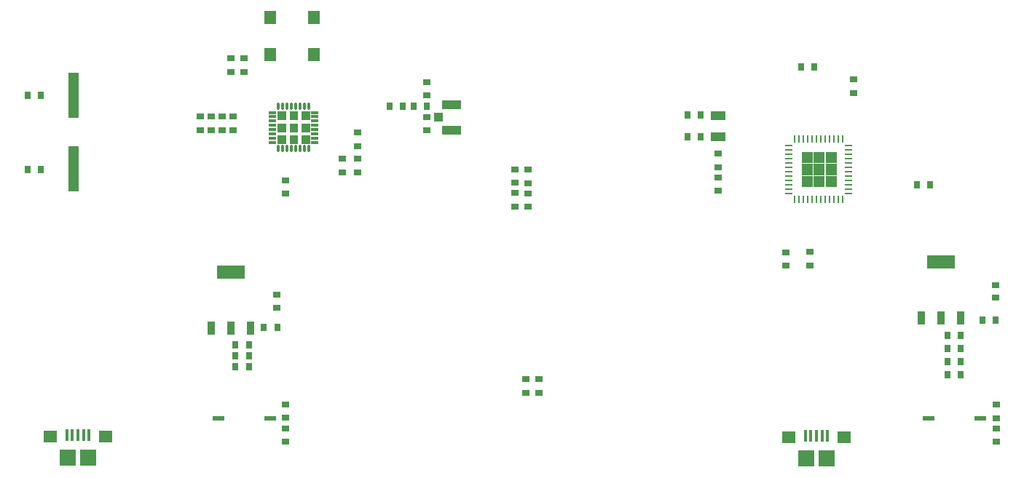
<source format=gbr>
%TF.GenerationSoftware,KiCad,Pcbnew,(7.0.0-0)*%
%TF.CreationDate,2023-04-08T13:25:50-06:00*%
%TF.ProjectId,Custom-Microcontroller-Project,43757374-6f6d-42d4-9d69-63726f636f6e,1*%
%TF.SameCoordinates,Original*%
%TF.FileFunction,Paste,Top*%
%TF.FilePolarity,Positive*%
%FSLAX46Y46*%
G04 Gerber Fmt 4.6, Leading zero omitted, Abs format (unit mm)*
G04 Created by KiCad (PCBNEW (7.0.0-0)) date 2023-04-08 13:25:50*
%MOMM*%
%LPD*%
G01*
G04 APERTURE LIST*
G04 Aperture macros list*
%AMRoundRect*
0 Rectangle with rounded corners*
0 $1 Rounding radius*
0 $2 $3 $4 $5 $6 $7 $8 $9 X,Y pos of 4 corners*
0 Add a 4 corners polygon primitive as box body*
4,1,4,$2,$3,$4,$5,$6,$7,$8,$9,$2,$3,0*
0 Add four circle primitives for the rounded corners*
1,1,$1+$1,$2,$3*
1,1,$1+$1,$4,$5*
1,1,$1+$1,$6,$7*
1,1,$1+$1,$8,$9*
0 Add four rect primitives between the rounded corners*
20,1,$1+$1,$2,$3,$4,$5,0*
20,1,$1+$1,$4,$5,$6,$7,0*
20,1,$1+$1,$6,$7,$8,$9,0*
20,1,$1+$1,$8,$9,$2,$3,0*%
G04 Aperture macros list end*
%ADD10C,0.010000*%
%ADD11C,0.100000*%
%ADD12R,0.812800X0.762000*%
%ADD13R,0.400000X1.350000*%
%ADD14R,1.600000X1.400000*%
%ADD15R,1.900000X1.900000*%
%ADD16R,0.762000X0.812800*%
%ADD17R,1.700000X1.000000*%
%ADD18R,0.889000X1.625600*%
%ADD19R,3.200400X1.625600*%
%ADD20R,1.397000X0.558800*%
%ADD21R,2.200000X1.050000*%
%ADD22R,1.050000X1.000000*%
%ADD23R,1.346200X1.498600*%
%ADD24RoundRect,0.008100X-0.396900X-0.126900X0.396900X-0.126900X0.396900X0.126900X-0.396900X0.126900X0*%
%ADD25RoundRect,0.027000X-0.108000X-0.378000X0.108000X-0.378000X0.108000X0.378000X-0.108000X0.378000X0*%
%ADD26R,0.812800X0.254000*%
%ADD27R,0.254000X0.812800*%
%ADD28R,1.295400X5.308600*%
%ADD29R,0.812800X0.800100*%
G04 APERTURE END LIST*
%TO.C,U2*%
G36*
X119610000Y-82765800D02*
G01*
X118710000Y-82765800D01*
X118710000Y-81865800D01*
X119610000Y-81865800D01*
X119610000Y-82765800D01*
G37*
D10*
X119610000Y-82765800D02*
X118710000Y-82765800D01*
X118710000Y-81865800D01*
X119610000Y-81865800D01*
X119610000Y-82765800D01*
G36*
X119610000Y-84165800D02*
G01*
X118710000Y-84165800D01*
X118710000Y-83265800D01*
X119610000Y-83265800D01*
X119610000Y-84165800D01*
G37*
X119610000Y-84165800D02*
X118710000Y-84165800D01*
X118710000Y-83265800D01*
X119610000Y-83265800D01*
X119610000Y-84165800D01*
G36*
X119610000Y-85565800D02*
G01*
X118710000Y-85565800D01*
X118710000Y-84665800D01*
X119610000Y-84665800D01*
X119610000Y-85565800D01*
G37*
X119610000Y-85565800D02*
X118710000Y-85565800D01*
X118710000Y-84665800D01*
X119610000Y-84665800D01*
X119610000Y-85565800D01*
G36*
X121010000Y-82765800D02*
G01*
X120110000Y-82765800D01*
X120110000Y-81865800D01*
X121010000Y-81865800D01*
X121010000Y-82765800D01*
G37*
X121010000Y-82765800D02*
X120110000Y-82765800D01*
X120110000Y-81865800D01*
X121010000Y-81865800D01*
X121010000Y-82765800D01*
G36*
X121010000Y-84165800D02*
G01*
X120110000Y-84165800D01*
X120110000Y-83265800D01*
X121010000Y-83265800D01*
X121010000Y-84165800D01*
G37*
X121010000Y-84165800D02*
X120110000Y-84165800D01*
X120110000Y-83265800D01*
X121010000Y-83265800D01*
X121010000Y-84165800D01*
G36*
X121010000Y-85565800D02*
G01*
X120110000Y-85565800D01*
X120110000Y-84665800D01*
X121010000Y-84665800D01*
X121010000Y-85565800D01*
G37*
X121010000Y-85565800D02*
X120110000Y-85565800D01*
X120110000Y-84665800D01*
X121010000Y-84665800D01*
X121010000Y-85565800D01*
G36*
X122410000Y-82765800D02*
G01*
X121510000Y-82765800D01*
X121510000Y-81865800D01*
X122410000Y-81865800D01*
X122410000Y-82765800D01*
G37*
X122410000Y-82765800D02*
X121510000Y-82765800D01*
X121510000Y-81865800D01*
X122410000Y-81865800D01*
X122410000Y-82765800D01*
G36*
X122410000Y-84165800D02*
G01*
X121510000Y-84165800D01*
X121510000Y-83265800D01*
X122410000Y-83265800D01*
X122410000Y-84165800D01*
G37*
X122410000Y-84165800D02*
X121510000Y-84165800D01*
X121510000Y-83265800D01*
X122410000Y-83265800D01*
X122410000Y-84165800D01*
G36*
X122410000Y-85565800D02*
G01*
X121510000Y-85565800D01*
X121510000Y-84665800D01*
X122410000Y-84665800D01*
X122410000Y-85565800D01*
G37*
X122410000Y-85565800D02*
X121510000Y-85565800D01*
X121510000Y-84665800D01*
X122410000Y-84665800D01*
X122410000Y-85565800D01*
%TO.C,U5*%
G36*
X180811500Y-87771300D02*
G01*
X179614500Y-87771300D01*
X179614500Y-86574300D01*
X180811500Y-86574300D01*
X180811500Y-87771300D01*
G37*
D11*
X180811500Y-87771300D02*
X179614500Y-87771300D01*
X179614500Y-86574300D01*
X180811500Y-86574300D01*
X180811500Y-87771300D01*
G36*
X180811500Y-89168300D02*
G01*
X179614500Y-89168300D01*
X179614500Y-87971300D01*
X180811500Y-87971300D01*
X180811500Y-89168300D01*
G37*
X180811500Y-89168300D02*
X179614500Y-89168300D01*
X179614500Y-87971300D01*
X180811500Y-87971300D01*
X180811500Y-89168300D01*
G36*
X180811500Y-90565300D02*
G01*
X179614500Y-90565300D01*
X179614500Y-89368300D01*
X180811500Y-89368300D01*
X180811500Y-90565300D01*
G37*
X180811500Y-90565300D02*
X179614500Y-90565300D01*
X179614500Y-89368300D01*
X180811500Y-89368300D01*
X180811500Y-90565300D01*
G36*
X182208500Y-87771300D02*
G01*
X181011500Y-87771300D01*
X181011500Y-86574300D01*
X182208500Y-86574300D01*
X182208500Y-87771300D01*
G37*
X182208500Y-87771300D02*
X181011500Y-87771300D01*
X181011500Y-86574300D01*
X182208500Y-86574300D01*
X182208500Y-87771300D01*
G36*
X182208500Y-89168300D02*
G01*
X181011500Y-89168300D01*
X181011500Y-87971300D01*
X182208500Y-87971300D01*
X182208500Y-89168300D01*
G37*
X182208500Y-89168300D02*
X181011500Y-89168300D01*
X181011500Y-87971300D01*
X182208500Y-87971300D01*
X182208500Y-89168300D01*
G36*
X182208500Y-90565300D02*
G01*
X181011500Y-90565300D01*
X181011500Y-89368300D01*
X182208500Y-89368300D01*
X182208500Y-90565300D01*
G37*
X182208500Y-90565300D02*
X181011500Y-90565300D01*
X181011500Y-89368300D01*
X182208500Y-89368300D01*
X182208500Y-90565300D01*
G36*
X183605500Y-87771300D02*
G01*
X182408500Y-87771300D01*
X182408500Y-86574300D01*
X183605500Y-86574300D01*
X183605500Y-87771300D01*
G37*
X183605500Y-87771300D02*
X182408500Y-87771300D01*
X182408500Y-86574300D01*
X183605500Y-86574300D01*
X183605500Y-87771300D01*
G36*
X183605500Y-89168300D02*
G01*
X182408500Y-89168300D01*
X182408500Y-87971300D01*
X183605500Y-87971300D01*
X183605500Y-89168300D01*
G37*
X183605500Y-89168300D02*
X182408500Y-89168300D01*
X182408500Y-87971300D01*
X183605500Y-87971300D01*
X183605500Y-89168300D01*
G36*
X183605500Y-90565300D02*
G01*
X182408500Y-90565300D01*
X182408500Y-89368300D01*
X183605500Y-89368300D01*
X183605500Y-90565300D01*
G37*
X183605500Y-90565300D02*
X182408500Y-90565300D01*
X182408500Y-89368300D01*
X183605500Y-89368300D01*
X183605500Y-90565300D01*
%TD*%
D12*
%TO.C,R7*%
X202225698Y-117525799D03*
X202225698Y-115976399D03*
%TD*%
D13*
%TO.C,J1*%
X94203999Y-119494299D03*
X94853999Y-119494299D03*
X95503999Y-119494299D03*
X96153999Y-119494299D03*
X96803999Y-119494299D03*
D14*
X92303999Y-119719299D03*
X98703999Y-119719299D03*
D15*
X96703999Y-122169299D03*
X94303999Y-122169299D03*
%TD*%
D12*
%TO.C,R5*%
X180593999Y-98209099D03*
X180593999Y-99758499D03*
%TD*%
%TO.C,C11*%
X126237999Y-88912699D03*
X126237999Y-87363299D03*
%TD*%
%TO.C,C21*%
X202225698Y-120307099D03*
X202225698Y-118757699D03*
%TD*%
%TO.C,L3*%
X169925999Y-88315799D03*
X169925999Y-86766399D03*
%TD*%
%TO.C,C14*%
X113537999Y-84010499D03*
X113537999Y-82461099D03*
%TD*%
D16*
%TO.C,C1*%
X113798999Y-109035849D03*
X115348399Y-109035849D03*
%TD*%
D17*
%TO.C,Y3*%
X169925999Y-84765999D03*
X169925999Y-82365999D03*
%TD*%
D18*
%TO.C,U1*%
X110972599Y-107086399D03*
X113283999Y-107086399D03*
X115595399Y-107086399D03*
D19*
X113283999Y-100507799D03*
%TD*%
D12*
%TO.C,R15*%
X147827999Y-91414599D03*
X147827999Y-92963999D03*
%TD*%
%TO.C,C24*%
X169925999Y-91097099D03*
X169925999Y-89547699D03*
%TD*%
%TO.C,C8*%
X114807999Y-77228699D03*
X114807999Y-75679299D03*
%TD*%
%TO.C,R2*%
X119587200Y-117483799D03*
X119587200Y-115934399D03*
%TD*%
%TO.C,C7*%
X113283999Y-77228699D03*
X113283999Y-75679299D03*
%TD*%
%TO.C,R11*%
X147573999Y-114566699D03*
X147573999Y-113017299D03*
%TD*%
D16*
%TO.C,C2*%
X113798999Y-110305849D03*
X115348399Y-110305849D03*
%TD*%
D20*
%TO.C,SW2*%
X194351698Y-117525799D03*
X200364300Y-117525799D03*
%TD*%
D12*
%TO.C,R13*%
X146303999Y-91351099D03*
X146303999Y-92900499D03*
%TD*%
D16*
%TO.C,C5*%
X89649299Y-88569799D03*
X91198699Y-88569799D03*
%TD*%
D12*
%TO.C,C6*%
X119587200Y-120277799D03*
X119587200Y-118728399D03*
%TD*%
D16*
%TO.C,C23*%
X166357299Y-82295999D03*
X167906699Y-82295999D03*
%TD*%
D12*
%TO.C,C10*%
X128015999Y-88912699D03*
X128015999Y-87363299D03*
%TD*%
D16*
%TO.C,C22*%
X166357299Y-84835999D03*
X167906699Y-84835999D03*
%TD*%
D21*
%TO.C,ANT1*%
X138937999Y-81047799D03*
D22*
X137412999Y-82522799D03*
D21*
X138937999Y-83997799D03*
%TD*%
D23*
%TO.C,Y2*%
X117855999Y-75234799D03*
X122935999Y-75234799D03*
X122935999Y-70916799D03*
X117855999Y-70916799D03*
%TD*%
D24*
%TO.C,U2*%
X118110000Y-81965800D03*
X118110000Y-82465800D03*
X118110000Y-82965800D03*
X118110000Y-83465800D03*
X118110000Y-83965800D03*
X118110000Y-84465800D03*
X118110000Y-84965800D03*
X118110000Y-85465800D03*
D25*
X118810000Y-86165800D03*
X119310000Y-86165800D03*
X119810000Y-86165800D03*
X120310000Y-86165800D03*
X120810000Y-86165800D03*
X121310000Y-86165800D03*
X121810000Y-86165800D03*
X122310000Y-86165800D03*
D24*
X123010000Y-85465800D03*
X123010000Y-84965800D03*
X123010000Y-84465800D03*
X123010000Y-83965800D03*
X123010000Y-83465800D03*
X123010000Y-82965800D03*
X123010000Y-82465800D03*
X123010000Y-81965800D03*
D25*
X122310000Y-81265800D03*
X121810000Y-81265800D03*
X121310000Y-81265800D03*
X120810000Y-81265800D03*
X120310000Y-81265800D03*
X119810000Y-81265800D03*
X119310000Y-81265800D03*
X118810000Y-81265800D03*
%TD*%
D26*
%TO.C,U5*%
X178130199Y-85775799D03*
X178130199Y-86283799D03*
X178130199Y-86791799D03*
X178130199Y-87299799D03*
X178130199Y-87807799D03*
X178130199Y-88315799D03*
X178130199Y-88823799D03*
X178130199Y-89331799D03*
X178130199Y-89839799D03*
X178130199Y-90347799D03*
X178130199Y-90855799D03*
X178130199Y-91363799D03*
D27*
X178815999Y-92049599D03*
X179323999Y-92049599D03*
X179831999Y-92049599D03*
X180339999Y-92049599D03*
X180847999Y-92049599D03*
X181355999Y-92049599D03*
X181863999Y-92049599D03*
X182371999Y-92049599D03*
X182879999Y-92049599D03*
X183387999Y-92049599D03*
X183895999Y-92049599D03*
X184403999Y-92049599D03*
D26*
X185089799Y-91363799D03*
X185089799Y-90855799D03*
X185089799Y-90347799D03*
X185089799Y-89839799D03*
X185089799Y-89331799D03*
X185089799Y-88823799D03*
X185089799Y-88315799D03*
X185089799Y-87807799D03*
X185089799Y-87299799D03*
X185089799Y-86791799D03*
X185089799Y-86283799D03*
X185089799Y-85775799D03*
D27*
X184403999Y-85089999D03*
X183895999Y-85089999D03*
X183387999Y-85089999D03*
X182879999Y-85089999D03*
X182371999Y-85089999D03*
X181863999Y-85089999D03*
X181355999Y-85089999D03*
X180847999Y-85089999D03*
X180339999Y-85089999D03*
X179831999Y-85089999D03*
X179323999Y-85089999D03*
X178815999Y-85089999D03*
%TD*%
D16*
%TO.C,C9*%
X131704999Y-81252799D03*
X133254399Y-81252799D03*
%TD*%
D28*
%TO.C,Y1*%
X94995999Y-79997299D03*
X94995999Y-88506299D03*
%TD*%
D16*
%TO.C,C17*%
X196583299Y-107924999D03*
X198132699Y-107924999D03*
%TD*%
D12*
%TO.C,C16*%
X109727999Y-84010499D03*
X109727999Y-82461099D03*
%TD*%
D29*
%TO.C,D1*%
X118637699Y-103200199D03*
X118637699Y-104711499D03*
%TD*%
D12*
%TO.C,C13*%
X119633999Y-91389199D03*
X119633999Y-89839799D03*
%TD*%
D16*
%TO.C,C25*%
X181114699Y-76707999D03*
X179565299Y-76707999D03*
%TD*%
%TO.C,R9*%
X193027299Y-90347799D03*
X194576699Y-90347799D03*
%TD*%
D12*
%TO.C,R12*%
X149097999Y-114566699D03*
X149097999Y-113017299D03*
%TD*%
%TO.C,L2*%
X112267999Y-84010499D03*
X112267999Y-82461099D03*
%TD*%
D16*
%TO.C,C19*%
X196583299Y-110921799D03*
X198132699Y-110921799D03*
%TD*%
%TO.C,C20*%
X196583299Y-112445799D03*
X198132699Y-112445799D03*
%TD*%
D20*
%TO.C,SW1*%
X111801698Y-117525799D03*
X117814300Y-117525799D03*
%TD*%
D16*
%TO.C,L1*%
X134486299Y-81252799D03*
X136035699Y-81252799D03*
%TD*%
%TO.C,C3*%
X113798999Y-111575849D03*
X115348399Y-111575849D03*
%TD*%
%TO.C,C18*%
X196583299Y-109397799D03*
X198132699Y-109397799D03*
%TD*%
%TO.C,C4*%
X89649299Y-79933799D03*
X91198699Y-79933799D03*
%TD*%
D29*
%TO.C,D2*%
X202183999Y-102038149D03*
X202183999Y-103549449D03*
%TD*%
D12*
%TO.C,R14*%
X146303999Y-88569799D03*
X146303999Y-90119199D03*
%TD*%
D18*
%TO.C,U3*%
X193522599Y-105905299D03*
X195833999Y-105905299D03*
X198145399Y-105905299D03*
D19*
X195833999Y-99326699D03*
%TD*%
D16*
%TO.C,R1*%
X118650399Y-107003849D03*
X117100999Y-107003849D03*
%TD*%
D12*
%TO.C,C15*%
X110997999Y-84010499D03*
X110997999Y-82461099D03*
%TD*%
%TO.C,R10*%
X136022999Y-84059499D03*
X136022999Y-82510099D03*
%TD*%
%TO.C,R16*%
X147827999Y-88633299D03*
X147827999Y-90182699D03*
%TD*%
%TO.C,R8*%
X185673999Y-79692499D03*
X185673999Y-78143099D03*
%TD*%
%TO.C,R3*%
X128015999Y-84315299D03*
X128015999Y-85864699D03*
%TD*%
D13*
%TO.C,J3*%
X180055999Y-119557799D03*
X180705999Y-119557799D03*
X181355999Y-119557799D03*
X182005999Y-119557799D03*
X182655999Y-119557799D03*
D14*
X178155999Y-119782799D03*
X184555999Y-119782799D03*
D15*
X182555999Y-122232799D03*
X180155999Y-122232799D03*
%TD*%
D16*
%TO.C,R4*%
X202196699Y-106095799D03*
X200647299Y-106095799D03*
%TD*%
D12*
%TO.C,C12*%
X136022999Y-78446099D03*
X136022999Y-79995499D03*
%TD*%
%TO.C,R6*%
X177799999Y-98221799D03*
X177799999Y-99771199D03*
%TD*%
M02*

</source>
